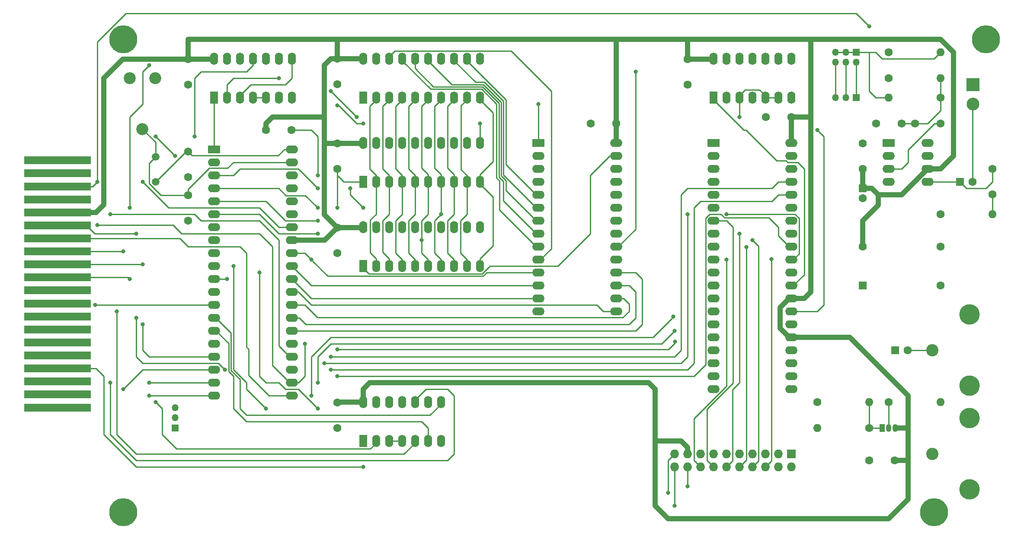
<source format=gbr>
G04 #@! TF.GenerationSoftware,KiCad,Pcbnew,(5.1.4)-1*
G04 #@! TF.CreationDate,2019-12-23T21:25:55+01:00*
G04 #@! TF.ProjectId,Z80MiniFrame-Sound_Graphics,5a38304d-696e-4694-9672-616d652d536f,rev?*
G04 #@! TF.SameCoordinates,Original*
G04 #@! TF.FileFunction,Copper,L1,Top*
G04 #@! TF.FilePolarity,Positive*
%FSLAX46Y46*%
G04 Gerber Fmt 4.6, Leading zero omitted, Abs format (unit mm)*
G04 Created by KiCad (PCBNEW (5.1.4)-1) date 2019-12-23 21:25:55*
%MOMM*%
%LPD*%
G04 APERTURE LIST*
%ADD10C,5.500000*%
%ADD11O,1.350000X1.350000*%
%ADD12R,1.350000X1.350000*%
%ADD13C,2.340000*%
%ADD14O,1.727200X1.727200*%
%ADD15R,1.727200X1.727200*%
%ADD16C,2.400000*%
%ADD17C,4.000000*%
%ADD18O,1.600000X2.400000*%
%ADD19R,1.600000X2.400000*%
%ADD20O,1.600000X1.600000*%
%ADD21C,1.600000*%
%ADD22R,1.050000X1.500000*%
%ADD23O,1.050000X1.500000*%
%ADD24R,1.600000X1.600000*%
%ADD25R,2.400000X1.600000*%
%ADD26O,2.400000X1.600000*%
%ADD27C,1.500000*%
%ADD28C,2.499360*%
%ADD29R,2.499360X2.499360*%
%ADD30R,13.000000X1.650000*%
%ADD31C,0.800000*%
%ADD32C,0.250000*%
%ADD33C,1.000000*%
G04 APERTURE END LIST*
D10*
X64770000Y-48260000D03*
X223520000Y-140970000D03*
X233680000Y-48260000D03*
X64770000Y-140970000D03*
D11*
X74930000Y-120460000D03*
X74930000Y-122460000D03*
D12*
X74930000Y-124460000D03*
D13*
X66040000Y-55880000D03*
X68540000Y-65880000D03*
X71040000Y-55880000D03*
D14*
X172720000Y-132080000D03*
X172720000Y-129540000D03*
X175260000Y-132080000D03*
X175260000Y-129540000D03*
X177800000Y-132080000D03*
X177800000Y-129540000D03*
X180340000Y-132080000D03*
X180340000Y-129540000D03*
X182880000Y-132080000D03*
X182880000Y-129540000D03*
X185420000Y-132080000D03*
X185420000Y-129540000D03*
X187960000Y-132080000D03*
X187960000Y-129540000D03*
X190500000Y-132080000D03*
X190500000Y-129540000D03*
X193040000Y-132080000D03*
X193040000Y-129540000D03*
X195580000Y-132080000D03*
D15*
X195580000Y-129540000D03*
D16*
X223190000Y-129540000D03*
D17*
X230460000Y-136540000D03*
X230460000Y-122540000D03*
D16*
X223190000Y-109220000D03*
D17*
X230460000Y-116220000D03*
X230460000Y-102220000D03*
D18*
X111760000Y-119380000D03*
X127000000Y-127000000D03*
X114300000Y-119380000D03*
X124460000Y-127000000D03*
X116840000Y-119380000D03*
X121920000Y-127000000D03*
X119380000Y-119380000D03*
X119380000Y-127000000D03*
X121920000Y-119380000D03*
X116840000Y-127000000D03*
X124460000Y-119380000D03*
X114300000Y-127000000D03*
X127000000Y-119380000D03*
D19*
X111760000Y-127000000D03*
D20*
X224790000Y-119380000D03*
D21*
X214630000Y-119380000D03*
D20*
X200660000Y-124460000D03*
D21*
X210820000Y-124460000D03*
D22*
X213360000Y-124460000D03*
D23*
X215900000Y-124460000D03*
X214630000Y-124460000D03*
D21*
X215820000Y-130810000D03*
X210820000Y-130810000D03*
X218400000Y-109220000D03*
D24*
X215900000Y-109220000D03*
D25*
X180340000Y-68580000D03*
D26*
X195580000Y-116840000D03*
X180340000Y-71120000D03*
X195580000Y-114300000D03*
X180340000Y-73660000D03*
X195580000Y-111760000D03*
X180340000Y-76200000D03*
X195580000Y-109220000D03*
X180340000Y-78740000D03*
X195580000Y-106680000D03*
X180340000Y-81280000D03*
X195580000Y-104140000D03*
X180340000Y-83820000D03*
X195580000Y-101600000D03*
X180340000Y-86360000D03*
X195580000Y-99060000D03*
X180340000Y-88900000D03*
X195580000Y-96520000D03*
X180340000Y-91440000D03*
X195580000Y-93980000D03*
X180340000Y-93980000D03*
X195580000Y-91440000D03*
X180340000Y-96520000D03*
X195580000Y-88900000D03*
X180340000Y-99060000D03*
X195580000Y-86360000D03*
X180340000Y-101600000D03*
X195580000Y-83820000D03*
X180340000Y-104140000D03*
X195580000Y-81280000D03*
X180340000Y-106680000D03*
X195580000Y-78740000D03*
X180340000Y-109220000D03*
X195580000Y-76200000D03*
X180340000Y-111760000D03*
X195580000Y-73660000D03*
X180340000Y-114300000D03*
X195580000Y-71120000D03*
X180340000Y-116840000D03*
X195580000Y-68580000D03*
X222250000Y-68580000D03*
X214630000Y-76200000D03*
X222250000Y-71120000D03*
X214630000Y-73660000D03*
X222250000Y-73660000D03*
X214630000Y-71120000D03*
X222250000Y-76200000D03*
D25*
X214630000Y-68580000D03*
D20*
X214630000Y-59690000D03*
D21*
X224790000Y-59690000D03*
D11*
X204280000Y-59690000D03*
X206280000Y-59690000D03*
D12*
X208280000Y-59690000D03*
D11*
X204280000Y-52800000D03*
X204280000Y-50800000D03*
X206280000Y-52800000D03*
X206280000Y-50800000D03*
X208280000Y-52800000D03*
D12*
X208280000Y-50800000D03*
D21*
X209550000Y-68660000D03*
X209550000Y-73660000D03*
X209550000Y-79470000D03*
D24*
X209550000Y-77470000D03*
D26*
X97790000Y-69850000D03*
X82550000Y-118110000D03*
X97790000Y-72390000D03*
X82550000Y-115570000D03*
X97790000Y-74930000D03*
X82550000Y-113030000D03*
X97790000Y-77470000D03*
X82550000Y-110490000D03*
X97790000Y-80010000D03*
X82550000Y-107950000D03*
X97790000Y-82550000D03*
X82550000Y-105410000D03*
X97790000Y-85090000D03*
X82550000Y-102870000D03*
X97790000Y-87630000D03*
X82550000Y-100330000D03*
X97790000Y-90170000D03*
X82550000Y-97790000D03*
X97790000Y-92710000D03*
X82550000Y-95250000D03*
X97790000Y-95250000D03*
X82550000Y-92710000D03*
X97790000Y-97790000D03*
X82550000Y-90170000D03*
X97790000Y-100330000D03*
X82550000Y-87630000D03*
X97790000Y-102870000D03*
X82550000Y-85090000D03*
X97790000Y-105410000D03*
X82550000Y-82550000D03*
X97790000Y-107950000D03*
X82550000Y-80010000D03*
X97790000Y-110490000D03*
X82550000Y-77470000D03*
X97790000Y-113030000D03*
X82550000Y-74930000D03*
X97790000Y-115570000D03*
X82550000Y-72390000D03*
X97790000Y-118110000D03*
D25*
X82550000Y-69850000D03*
D21*
X77470000Y-70270000D03*
X77470000Y-75270000D03*
D26*
X161290000Y-68580000D03*
X146050000Y-101600000D03*
X161290000Y-71120000D03*
X146050000Y-99060000D03*
X161290000Y-73660000D03*
X146050000Y-96520000D03*
X161290000Y-76200000D03*
X146050000Y-93980000D03*
X161290000Y-78740000D03*
X146050000Y-91440000D03*
X161290000Y-81280000D03*
X146050000Y-88900000D03*
X161290000Y-83820000D03*
X146050000Y-86360000D03*
X161290000Y-86360000D03*
X146050000Y-83820000D03*
X161290000Y-88900000D03*
X146050000Y-81280000D03*
X161290000Y-91440000D03*
X146050000Y-78740000D03*
X161290000Y-93980000D03*
X146050000Y-76200000D03*
X161290000Y-96520000D03*
X146050000Y-73660000D03*
X161290000Y-99060000D03*
X146050000Y-71120000D03*
X161290000Y-101600000D03*
D25*
X146050000Y-68580000D03*
D21*
X224790000Y-96520000D03*
X224790000Y-88900000D03*
X209550000Y-88900000D03*
D24*
X209550000Y-96520000D03*
D21*
X106680000Y-119460000D03*
X106680000Y-124460000D03*
D20*
X210820000Y-119380000D03*
D21*
X200660000Y-119380000D03*
D27*
X71120000Y-71300000D03*
X71120000Y-76200000D03*
D21*
X77470000Y-78820000D03*
X77470000Y-83820000D03*
D28*
X231140000Y-60960000D03*
D29*
X231140000Y-57150000D03*
D21*
X175260000Y-52150000D03*
X175260000Y-57150000D03*
X77470000Y-52150000D03*
X77470000Y-57150000D03*
X161290000Y-64770000D03*
X156290000Y-64770000D03*
D30*
X51943000Y-120459000D03*
X51943000Y-117909000D03*
X51943000Y-115359000D03*
X51943000Y-112809000D03*
X51943000Y-110259000D03*
X51943000Y-107709000D03*
X51943000Y-105159000D03*
X51943000Y-102609000D03*
X51943000Y-100059000D03*
X51943000Y-97509000D03*
X51943000Y-94959000D03*
X51943000Y-92409000D03*
X51943000Y-89859000D03*
X51943000Y-87309000D03*
X51943000Y-84759000D03*
X51943000Y-82209000D03*
X51943000Y-79659000D03*
X51943000Y-77109000D03*
X51943000Y-74559000D03*
X51943000Y-72009000D03*
D21*
X106680000Y-85170000D03*
X106680000Y-90170000D03*
X106680000Y-68660000D03*
X106680000Y-73660000D03*
X106680000Y-57070000D03*
X106680000Y-52070000D03*
X97710000Y-66040000D03*
X92710000Y-66040000D03*
X190580000Y-63500000D03*
X195580000Y-63500000D03*
D20*
X234950000Y-82550000D03*
D21*
X224790000Y-82550000D03*
X234950000Y-78660000D03*
X234950000Y-73660000D03*
X219790000Y-64770000D03*
X224790000Y-64770000D03*
X212170000Y-64770000D03*
X217170000Y-64770000D03*
X231100000Y-76200000D03*
D24*
X228600000Y-76200000D03*
D20*
X224790000Y-55880000D03*
D21*
X214630000Y-55880000D03*
D20*
X224790000Y-50800000D03*
D21*
X214630000Y-50800000D03*
D19*
X82550000Y-59690000D03*
D18*
X97790000Y-52070000D03*
X85090000Y-59690000D03*
X95250000Y-52070000D03*
X87630000Y-59690000D03*
X92710000Y-52070000D03*
X90170000Y-59690000D03*
X90170000Y-52070000D03*
X92710000Y-59690000D03*
X87630000Y-52070000D03*
X95250000Y-59690000D03*
X85090000Y-52070000D03*
X97790000Y-59690000D03*
X82550000Y-52070000D03*
D19*
X180340000Y-59690000D03*
D18*
X195580000Y-52070000D03*
X182880000Y-59690000D03*
X193040000Y-52070000D03*
X185420000Y-59690000D03*
X190500000Y-52070000D03*
X187960000Y-59690000D03*
X187960000Y-52070000D03*
X190500000Y-59690000D03*
X185420000Y-52070000D03*
X193040000Y-59690000D03*
X182880000Y-52070000D03*
X195580000Y-59690000D03*
X180340000Y-52070000D03*
X111760000Y-85090000D03*
X134620000Y-92710000D03*
X114300000Y-85090000D03*
X132080000Y-92710000D03*
X116840000Y-85090000D03*
X129540000Y-92710000D03*
X119380000Y-85090000D03*
X127000000Y-92710000D03*
X121920000Y-85090000D03*
X124460000Y-92710000D03*
X124460000Y-85090000D03*
X121920000Y-92710000D03*
X127000000Y-85090000D03*
X119380000Y-92710000D03*
X129540000Y-85090000D03*
X116840000Y-92710000D03*
X132080000Y-85090000D03*
X114300000Y-92710000D03*
X134620000Y-85090000D03*
D19*
X111760000Y-92710000D03*
D18*
X111760000Y-68580000D03*
X134620000Y-76200000D03*
X114300000Y-68580000D03*
X132080000Y-76200000D03*
X116840000Y-68580000D03*
X129540000Y-76200000D03*
X119380000Y-68580000D03*
X127000000Y-76200000D03*
X121920000Y-68580000D03*
X124460000Y-76200000D03*
X124460000Y-68580000D03*
X121920000Y-76200000D03*
X127000000Y-68580000D03*
X119380000Y-76200000D03*
X129540000Y-68580000D03*
X116840000Y-76200000D03*
X132080000Y-68580000D03*
X114300000Y-76200000D03*
X134620000Y-68580000D03*
D19*
X111760000Y-76200000D03*
D18*
X111760000Y-52070000D03*
X134620000Y-59690000D03*
X114300000Y-52070000D03*
X132080000Y-59690000D03*
X116840000Y-52070000D03*
X129540000Y-59690000D03*
X119380000Y-52070000D03*
X127000000Y-59690000D03*
X121920000Y-52070000D03*
X124460000Y-59690000D03*
X124460000Y-52070000D03*
X121920000Y-59690000D03*
X127000000Y-52070000D03*
X119380000Y-59690000D03*
X129540000Y-52070000D03*
X116840000Y-59690000D03*
X132080000Y-52070000D03*
X114300000Y-59690000D03*
X134620000Y-52070000D03*
D19*
X111760000Y-59690000D03*
D31*
X78740000Y-67310000D03*
X85090000Y-95250000D03*
X165100000Y-54610000D03*
X95250000Y-55880000D03*
X134620000Y-64770000D03*
X111760000Y-64770000D03*
X106680000Y-61215010D03*
X110490000Y-63500000D03*
X105410000Y-58420000D03*
X102870000Y-74930000D03*
X106680000Y-81280000D03*
X175260000Y-135890000D03*
X146050000Y-60960000D03*
X101600000Y-91440000D03*
X102870000Y-86360000D03*
X123190000Y-87630000D03*
X102870000Y-83820000D03*
X127000000Y-82550000D03*
X102870000Y-81280000D03*
X102870000Y-77470000D03*
X109220000Y-77470000D03*
X111760000Y-81280000D03*
X200660000Y-66040000D03*
X185420000Y-63500000D03*
X69850000Y-53340000D03*
X66040000Y-95250000D03*
X66040000Y-81280000D03*
X74930000Y-71120000D03*
X71120000Y-67310000D03*
X62230000Y-82550000D03*
X105410000Y-110490000D03*
X100330000Y-107950000D03*
X59690000Y-84696000D03*
X102870000Y-115570000D03*
X69850000Y-118110000D03*
X172720000Y-105410000D03*
X104140000Y-111760000D03*
X175260000Y-82550000D03*
X182880000Y-82550000D03*
X64770000Y-116840000D03*
X106680000Y-109075010D03*
X68580000Y-92409000D03*
X68580000Y-104140000D03*
X172859034Y-107566285D03*
X64770000Y-89859000D03*
X106680000Y-114300000D03*
X69850000Y-115570000D03*
X101600000Y-118110000D03*
X172524136Y-102674135D03*
X105410000Y-113030000D03*
X67310000Y-86360000D03*
X84734968Y-113030000D03*
X67310000Y-102870000D03*
X59690000Y-76200000D03*
X210820000Y-45720000D03*
X68580000Y-76200000D03*
X63500000Y-101600000D03*
X62230000Y-115570000D03*
X59334968Y-100330000D03*
X71120000Y-119380000D03*
X111760000Y-132080000D03*
X182880000Y-91440000D03*
X185420000Y-86360000D03*
X186812338Y-89022338D03*
X187960000Y-87630000D03*
X191688601Y-91358601D03*
X92710000Y-120650000D03*
X86360000Y-92710000D03*
X172720000Y-139700000D03*
X91440000Y-93980000D03*
X102870000Y-120650000D03*
X171450000Y-137160000D03*
D32*
X124460000Y-127400000D02*
X124460000Y-127000000D01*
X82950000Y-105410000D02*
X82550000Y-105410000D01*
X85459978Y-113402800D02*
X85459978Y-107919978D01*
X86360000Y-120650000D02*
X86360000Y-114302821D01*
X124460000Y-127000000D02*
X124460000Y-126600000D01*
X85459978Y-107919978D02*
X82950000Y-105410000D01*
X86360000Y-114302821D02*
X85459978Y-113402800D01*
X86360000Y-120650000D02*
X88900000Y-123190000D01*
X88900000Y-123190000D02*
X123190000Y-123190000D01*
X123190000Y-123190000D02*
X124460000Y-124460000D01*
X124460000Y-124460000D02*
X124460000Y-127000000D01*
X85909989Y-113216400D02*
X87630000Y-114936410D01*
X87630000Y-114936410D02*
X87630000Y-120650000D01*
X85909989Y-105829989D02*
X85909989Y-113216400D01*
X82950000Y-102870000D02*
X85909989Y-105829989D01*
X82550000Y-102870000D02*
X82950000Y-102870000D01*
X87630000Y-120650000D02*
X88900000Y-121920000D01*
X127000000Y-119780000D02*
X127000000Y-119380000D01*
X124860000Y-121920000D02*
X127000000Y-119780000D01*
X88900000Y-121920000D02*
X124860000Y-121920000D01*
X82550000Y-95250000D02*
X82950000Y-95250000D01*
X161690000Y-71120000D02*
X161290000Y-71120000D01*
X161290000Y-71120000D02*
X160890000Y-71120000D01*
X160020000Y-71120000D02*
X161290000Y-71120000D01*
X156210000Y-74930000D02*
X160020000Y-71120000D01*
X111760000Y-93110000D02*
X112885010Y-94235010D01*
X111760000Y-92710000D02*
X111760000Y-93110000D01*
X156210000Y-86360000D02*
X156210000Y-74930000D01*
X135085995Y-94235010D02*
X136611005Y-92710000D01*
X136611005Y-92710000D02*
X149860000Y-92710000D01*
X112885010Y-94235010D02*
X135085995Y-94235010D01*
X149860000Y-92710000D02*
X156210000Y-86360000D01*
X78740000Y-55880000D02*
X78740000Y-67310000D01*
X80010000Y-54610000D02*
X78740000Y-55880000D01*
X88900000Y-54610000D02*
X80010000Y-54610000D01*
X90170000Y-52070000D02*
X90170000Y-53340000D01*
X90170000Y-53340000D02*
X88900000Y-54610000D01*
X82550000Y-95250000D02*
X85090000Y-95250000D01*
X85090000Y-95250000D02*
X85090000Y-95250000D01*
X82550000Y-72390000D02*
X82150000Y-72390000D01*
X161690000Y-88900000D02*
X165100000Y-85490000D01*
X161290000Y-88900000D02*
X161690000Y-88900000D01*
X165100000Y-85490000D02*
X165100000Y-54610000D01*
X165100000Y-54610000D02*
X165100000Y-54610000D01*
X82550000Y-69850000D02*
X82550000Y-59690000D01*
X93431004Y-55880000D02*
X86360000Y-55880000D01*
X85090000Y-57150000D02*
X85090000Y-59690000D01*
X86360000Y-55880000D02*
X85090000Y-57150000D01*
X93431004Y-55880000D02*
X95250000Y-55880000D01*
X134620000Y-68580000D02*
X134620000Y-64770000D01*
X134620000Y-64770000D02*
X134620000Y-64770000D01*
X106935010Y-61215010D02*
X110490000Y-64770000D01*
X110490000Y-64770000D02*
X111760000Y-64770000D01*
X160890000Y-83820000D02*
X161290000Y-83820000D01*
X105410000Y-58420000D02*
X110490000Y-63500000D01*
X82470000Y-52150000D02*
X82550000Y-52070000D01*
D33*
X77470000Y-52150000D02*
X82470000Y-52150000D01*
D32*
X82550000Y-52070000D02*
X82550000Y-51670000D01*
X111680000Y-68660000D02*
X111760000Y-68580000D01*
D33*
X106680000Y-68660000D02*
X111680000Y-68660000D01*
D32*
X111760000Y-68580000D02*
X111760000Y-68180000D01*
D33*
X106680000Y-49530000D02*
X106680000Y-52070000D01*
X106680000Y-52070000D02*
X111760000Y-52070000D01*
D32*
X180260000Y-52150000D02*
X180340000Y-52070000D01*
D33*
X175260000Y-52150000D02*
X180260000Y-52150000D01*
X195580000Y-63500000D02*
X195580000Y-68580000D01*
X161290000Y-64770000D02*
X161290000Y-68580000D01*
D32*
X111680000Y-85170000D02*
X111760000Y-85090000D01*
D33*
X106680000Y-85170000D02*
X111680000Y-85170000D01*
X92710000Y-66040000D02*
X92710000Y-64770000D01*
X92710000Y-64770000D02*
X93980000Y-63500000D01*
X93980000Y-63500000D02*
X104140000Y-63500000D01*
D32*
X195580000Y-68580000D02*
X195980000Y-68580000D01*
D33*
X199390000Y-71990000D02*
X199390000Y-97790000D01*
X198120000Y-99060000D02*
X195580000Y-99060000D01*
X199390000Y-97790000D02*
X198120000Y-99060000D01*
D32*
X111760000Y-52070000D02*
X111760000Y-51670000D01*
D33*
X106680000Y-52070000D02*
X105410000Y-52070000D01*
X105410000Y-52070000D02*
X104140000Y-53340000D01*
X104140000Y-53340000D02*
X104140000Y-63500000D01*
X175260000Y-49530000D02*
X175260000Y-52150000D01*
X104220000Y-68660000D02*
X104140000Y-68580000D01*
X106680000Y-68660000D02*
X104220000Y-68660000D01*
X104140000Y-63500000D02*
X104140000Y-68580000D01*
X104220000Y-87630000D02*
X106680000Y-85170000D01*
X97790000Y-87630000D02*
X104220000Y-87630000D01*
X105330000Y-83820000D02*
X106680000Y-85170000D01*
X104140000Y-82630000D02*
X106680000Y-85170000D01*
X104140000Y-68580000D02*
X104140000Y-82630000D01*
X106680000Y-119380000D02*
X111760000Y-119380000D01*
X106680000Y-49530000D02*
X106680000Y-48260000D01*
X115170000Y-48260000D02*
X106680000Y-48260000D01*
X175260000Y-49530000D02*
X175260000Y-48260000D01*
X181610000Y-48260000D02*
X175260000Y-48260000D01*
X175260000Y-48260000D02*
X173990000Y-48260000D01*
X195580000Y-63500000D02*
X199390000Y-63500000D01*
X199390000Y-71990000D02*
X199390000Y-63500000D01*
X77470000Y-52150000D02*
X77470000Y-48260000D01*
X106680000Y-48260000D02*
X77470000Y-48260000D01*
X181610000Y-48260000D02*
X196850000Y-48260000D01*
X196850000Y-48260000D02*
X198120000Y-48260000D01*
X199390000Y-49530000D02*
X199390000Y-48260000D01*
X199390000Y-63500000D02*
X199390000Y-49530000D01*
X196850000Y-48260000D02*
X199390000Y-48260000D01*
X221850000Y-73660000D02*
X222250000Y-73660000D01*
X209550000Y-77470000D02*
X209550000Y-73660000D01*
X209550000Y-77470000D02*
X211350000Y-77470000D01*
X217170000Y-78740000D02*
X219710000Y-76200000D01*
X219710000Y-76200000D02*
X222250000Y-73660000D01*
X215820000Y-130810000D02*
X215900000Y-130730000D01*
X211859999Y-77979999D02*
X211720000Y-77840000D01*
X211350000Y-77470000D02*
X211720000Y-77840000D01*
X224790000Y-73660000D02*
X222250000Y-73660000D01*
X227330000Y-71120000D02*
X224790000Y-73660000D01*
X227330000Y-50800000D02*
X227330000Y-71120000D01*
X199390000Y-48260000D02*
X224790000Y-48260000D01*
X224790000Y-48260000D02*
X227330000Y-50800000D01*
X211720000Y-77840000D02*
X212355000Y-78475000D01*
X212355000Y-78475000D02*
X212620000Y-78740000D01*
X195180000Y-106680000D02*
X195580000Y-106680000D01*
X193380000Y-104880000D02*
X195180000Y-106680000D01*
X193380000Y-100860000D02*
X193380000Y-104880000D01*
X195180000Y-99060000D02*
X193380000Y-100860000D01*
X195580000Y-99060000D02*
X195180000Y-99060000D01*
X175260000Y-128270000D02*
X175260000Y-129540000D01*
X173990000Y-127000000D02*
X175260000Y-128270000D01*
X111760000Y-116840000D02*
X113030000Y-115570000D01*
X111760000Y-119380000D02*
X111760000Y-116840000D01*
X113030000Y-115570000D02*
X167640000Y-115570000D01*
X167640000Y-115570000D02*
X168910000Y-116840000D01*
X173990000Y-127000000D02*
X168910000Y-127000000D01*
X168910000Y-116840000D02*
X168910000Y-127000000D01*
X215900000Y-124460000D02*
X217170000Y-124460000D01*
X215820000Y-130810000D02*
X217170000Y-130810000D01*
X168910000Y-139700000D02*
X168910000Y-127000000D01*
X195580000Y-106680000D02*
X207010000Y-106680000D01*
X207010000Y-106680000D02*
X218440000Y-118110000D01*
X218440000Y-138430000D02*
X214630000Y-142240000D01*
X214630000Y-142240000D02*
X171450000Y-142240000D01*
X171450000Y-142240000D02*
X168910000Y-139700000D01*
X217170000Y-130810000D02*
X218440000Y-130810000D01*
X218440000Y-130810000D02*
X218440000Y-138430000D01*
X217170000Y-124460000D02*
X218440000Y-124460000D01*
X218440000Y-118110000D02*
X218440000Y-124460000D01*
X218440000Y-124460000D02*
X218440000Y-130810000D01*
X161290000Y-64770000D02*
X161290000Y-48260000D01*
X115170000Y-48260000D02*
X161290000Y-48260000D01*
X161290000Y-48260000D02*
X173990000Y-48260000D01*
X212620000Y-78740000D02*
X214630000Y-78740000D01*
X214630000Y-78740000D02*
X217170000Y-78740000D01*
X212620000Y-80750000D02*
X209550000Y-83820000D01*
X212620000Y-78740000D02*
X212620000Y-80750000D01*
X209550000Y-83820000D02*
X209550000Y-87630000D01*
X209550000Y-87630000D02*
X209550000Y-88900000D01*
X59443000Y-82209000D02*
X51943000Y-82209000D01*
X60960000Y-80692000D02*
X59443000Y-82209000D01*
X60960000Y-55880000D02*
X60960000Y-80692000D01*
X64690000Y-52150000D02*
X77470000Y-52150000D01*
X60960000Y-55880000D02*
X64690000Y-52150000D01*
D32*
X102870000Y-74930000D02*
X102870000Y-67310000D01*
X102870000Y-67310000D02*
X101600000Y-66040000D01*
X99060000Y-66040000D02*
X97710000Y-66040000D01*
X134620000Y-60090000D02*
X137160000Y-62630000D01*
X134620000Y-59690000D02*
X134620000Y-60090000D01*
X134620000Y-74750000D02*
X134620000Y-76200000D01*
X137160000Y-72210000D02*
X134620000Y-74750000D01*
X137160000Y-62630000D02*
X137160000Y-72210000D01*
X134620000Y-76600000D02*
X137160000Y-79140000D01*
X134620000Y-76200000D02*
X134620000Y-76600000D01*
X134620000Y-91260000D02*
X134620000Y-92710000D01*
X137160000Y-88720000D02*
X134620000Y-91260000D01*
X137160000Y-79140000D02*
X137160000Y-88720000D01*
X106680000Y-73660000D02*
X106680000Y-74930000D01*
X107950000Y-76200000D02*
X111760000Y-76200000D01*
X106680000Y-74930000D02*
X107950000Y-76200000D01*
X106680000Y-73660000D02*
X106680000Y-81280000D01*
X106680000Y-81280000D02*
X106680000Y-81280000D01*
X99060000Y-66040000D02*
X101600000Y-66040000D01*
X215030000Y-76200000D02*
X214630000Y-76200000D01*
X175260000Y-132080000D02*
X175260000Y-135890000D01*
X175260000Y-135890000D02*
X175260000Y-135890000D01*
X146050000Y-68580000D02*
X146050000Y-60960000D01*
X146050000Y-60960000D02*
X146050000Y-60960000D01*
X90170000Y-59690000D02*
X92710000Y-59690000D01*
X223658630Y-64770000D02*
X218440000Y-69988630D01*
X224790000Y-64770000D02*
X223658630Y-64770000D01*
X218440000Y-69988630D02*
X218440000Y-72390000D01*
X217170000Y-73660000D02*
X214630000Y-73660000D01*
X218440000Y-72390000D02*
X217170000Y-73660000D01*
X222250000Y-76200000D02*
X228600000Y-76200000D01*
X234950000Y-76200000D02*
X234950000Y-73660000D01*
X233680000Y-77470000D02*
X234950000Y-76200000D01*
X228600000Y-76200000D02*
X229870000Y-77470000D01*
X229870000Y-77470000D02*
X233680000Y-77470000D01*
X100330000Y-90170000D02*
X97790000Y-90170000D01*
X101600000Y-91440000D02*
X100330000Y-90170000D01*
X101999999Y-91839999D02*
X101600000Y-91440000D01*
X104845021Y-94685021D02*
X101999999Y-91839999D01*
X135272394Y-94685021D02*
X104845021Y-94685021D01*
X135977415Y-93980000D02*
X135272394Y-94685021D01*
X146050000Y-93980000D02*
X135977415Y-93980000D01*
X146050000Y-96520000D02*
X101600000Y-96520000D01*
X101600000Y-96520000D02*
X97790000Y-92710000D01*
X99060000Y-96520000D02*
X97790000Y-95250000D01*
X146050000Y-99060000D02*
X101600000Y-99060000D01*
X101600000Y-99060000D02*
X99060000Y-96520000D01*
X114300000Y-76200000D02*
X114300000Y-82550000D01*
X114300000Y-91260000D02*
X114300000Y-92710000D01*
X113174990Y-90134990D02*
X114300000Y-91260000D01*
X113174990Y-83675010D02*
X113174990Y-90134990D01*
X114300000Y-82550000D02*
X113174990Y-83675010D01*
X114300000Y-60090000D02*
X113030000Y-61360000D01*
X114300000Y-59690000D02*
X114300000Y-60090000D01*
X113030000Y-61360000D02*
X113030000Y-73660000D01*
X113030000Y-73660000D02*
X114300000Y-74930000D01*
X114300000Y-74930000D02*
X114300000Y-76200000D01*
X116840000Y-91260000D02*
X116840000Y-92710000D01*
X115570000Y-89990000D02*
X116840000Y-91260000D01*
X115570000Y-83820000D02*
X115570000Y-89990000D01*
X116840000Y-82550000D02*
X115570000Y-83820000D01*
X116840000Y-76200000D02*
X116840000Y-82550000D01*
X116840000Y-60090000D02*
X115570000Y-61360000D01*
X116840000Y-59690000D02*
X116840000Y-60090000D01*
X115570000Y-61360000D02*
X115570000Y-73660000D01*
X115570000Y-73660000D02*
X116840000Y-74930000D01*
X116840000Y-74930000D02*
X116840000Y-76200000D01*
X119380000Y-76200000D02*
X119380000Y-82550000D01*
X119380000Y-82550000D02*
X118110000Y-83820000D01*
X118110000Y-83820000D02*
X118110000Y-90170000D01*
X118110000Y-90170000D02*
X119380000Y-91440000D01*
X119380000Y-91440000D02*
X119380000Y-92710000D01*
X119380000Y-60090000D02*
X118110000Y-61360000D01*
X119380000Y-59690000D02*
X119380000Y-60090000D01*
X118110000Y-61360000D02*
X118110000Y-73660000D01*
X118110000Y-73660000D02*
X119380000Y-74930000D01*
X119380000Y-74930000D02*
X119380000Y-76200000D01*
X121920000Y-76200000D02*
X121920000Y-82550000D01*
X121920000Y-82550000D02*
X120650000Y-83820000D01*
X120650000Y-83820000D02*
X120650000Y-90170000D01*
X120650000Y-90170000D02*
X121920000Y-91440000D01*
X121920000Y-91440000D02*
X121920000Y-92710000D01*
X121920000Y-60090000D02*
X120650000Y-61360000D01*
X121920000Y-59690000D02*
X121920000Y-60090000D01*
X120650000Y-61360000D02*
X120650000Y-73660000D01*
X120650000Y-73660000D02*
X121920000Y-74930000D01*
X121920000Y-74930000D02*
X121920000Y-76200000D01*
X124460000Y-82550000D02*
X123190000Y-83820000D01*
X123190000Y-83820000D02*
X123190000Y-87630000D01*
X124460000Y-76200000D02*
X124460000Y-82550000D01*
X123190000Y-90170000D02*
X124460000Y-91440000D01*
X124460000Y-91440000D02*
X124460000Y-92710000D01*
X124460000Y-60090000D02*
X123190000Y-61360000D01*
X124460000Y-59690000D02*
X124460000Y-60090000D01*
X124460000Y-74750000D02*
X124460000Y-76200000D01*
X123190000Y-73480000D02*
X124460000Y-74750000D01*
X123190000Y-61360000D02*
X123190000Y-73480000D01*
X82550000Y-82550000D02*
X91440000Y-82550000D01*
X91440000Y-82550000D02*
X95250000Y-86360000D01*
X95250000Y-86360000D02*
X102870000Y-86360000D01*
X102870000Y-86360000D02*
X102870000Y-86360000D01*
X123190000Y-87630000D02*
X123190000Y-90170000D01*
X127000000Y-91440000D02*
X127000000Y-92710000D01*
X125730000Y-90170000D02*
X127000000Y-91440000D01*
X125730000Y-83820000D02*
X125730000Y-90170000D01*
X127000000Y-76200000D02*
X127000000Y-82550000D01*
X127000000Y-82550000D02*
X125730000Y-83820000D01*
X127000000Y-60090000D02*
X125730000Y-61360000D01*
X127000000Y-59690000D02*
X127000000Y-60090000D01*
X127000000Y-74750000D02*
X127000000Y-76200000D01*
X125730000Y-73480000D02*
X127000000Y-74750000D01*
X125730000Y-61360000D02*
X125730000Y-73480000D01*
X82550000Y-80010000D02*
X92710000Y-80010000D01*
X92710000Y-80010000D02*
X96520000Y-83820000D01*
X96520000Y-83820000D02*
X102870000Y-83820000D01*
X102870000Y-83820000D02*
X102870000Y-83820000D01*
X129540000Y-76200000D02*
X129540000Y-82550000D01*
X129540000Y-82550000D02*
X128270000Y-83820000D01*
X128270000Y-83820000D02*
X128270000Y-90170000D01*
X128270000Y-90170000D02*
X129540000Y-91440000D01*
X129540000Y-91440000D02*
X129540000Y-92710000D01*
X129540000Y-60090000D02*
X128270000Y-61360000D01*
X129540000Y-59690000D02*
X129540000Y-60090000D01*
X129540000Y-74750000D02*
X129540000Y-76200000D01*
X128270000Y-73480000D02*
X129540000Y-74750000D01*
X128270000Y-61360000D02*
X128270000Y-73480000D01*
X102870000Y-81280000D02*
X102870000Y-81280000D01*
X102470001Y-80880001D02*
X102870000Y-81280000D01*
X100474990Y-78884990D02*
X102470001Y-80880001D01*
X96664990Y-78884990D02*
X100474990Y-78884990D01*
X95250000Y-77470000D02*
X96664990Y-78884990D01*
X82550000Y-77470000D02*
X95250000Y-77470000D01*
X132080000Y-82550000D02*
X130810000Y-83820000D01*
X132080000Y-76200000D02*
X132080000Y-82550000D01*
X130810000Y-83820000D02*
X130810000Y-90170000D01*
X130810000Y-90170000D02*
X132080000Y-91440000D01*
X132080000Y-91440000D02*
X132080000Y-92710000D01*
X132080000Y-60090000D02*
X130954990Y-61215010D01*
X132080000Y-59690000D02*
X132080000Y-60090000D01*
X130954990Y-61215010D02*
X130954990Y-73804990D01*
X130954990Y-73804990D02*
X132080000Y-74930000D01*
X132080000Y-74930000D02*
X132080000Y-76200000D01*
X102870000Y-77470000D02*
X102870000Y-77470000D01*
X109220000Y-77470000D02*
X109220000Y-78740000D01*
X109220000Y-78740000D02*
X110490000Y-80010000D01*
X110490000Y-80010000D02*
X110490000Y-80010000D01*
X110490000Y-80010000D02*
X111760000Y-81280000D01*
X111760000Y-81280000D02*
X111760000Y-81280000D01*
X86360000Y-74930000D02*
X82550000Y-74930000D01*
X87630000Y-73660000D02*
X86360000Y-74930000D01*
X102870000Y-77470000D02*
X99060000Y-73660000D01*
X99060000Y-73660000D02*
X87630000Y-73660000D01*
X116840000Y-51670000D02*
X116840000Y-52070000D01*
X146050000Y-91440000D02*
X146450000Y-91440000D01*
X146450000Y-91440000D02*
X148590000Y-89300000D01*
X148590000Y-89300000D02*
X148590000Y-58420000D01*
X148590000Y-58420000D02*
X140714990Y-50544990D01*
X140714990Y-50544990D02*
X117965010Y-50544990D01*
X117965010Y-50544990D02*
X116840000Y-51670000D01*
X146050000Y-88900000D02*
X145650000Y-88900000D01*
X124960022Y-58050022D02*
X119380000Y-52470000D01*
X145650000Y-88900000D02*
X138430000Y-81680000D01*
X138430000Y-81680000D02*
X138430000Y-75969233D01*
X119380000Y-52470000D02*
X119380000Y-52070000D01*
X134971026Y-58050022D02*
X124960022Y-58050022D01*
X137899956Y-60978952D02*
X134971026Y-58050022D01*
X137899956Y-75439189D02*
X137899956Y-60978952D01*
X138430000Y-75969233D02*
X137899956Y-75439189D01*
X139249989Y-79959989D02*
X139249989Y-76152811D01*
X139249989Y-76152811D02*
X138349967Y-75252789D01*
X138349967Y-75252789D02*
X138349967Y-60792553D01*
X121920000Y-53976411D02*
X121920000Y-53520000D01*
X135157425Y-57600011D02*
X125543600Y-57600011D01*
X138349967Y-60792553D02*
X135157425Y-57600011D01*
X121920000Y-53520000D02*
X121920000Y-52070000D01*
X145650000Y-86360000D02*
X139249989Y-79959989D01*
X146050000Y-86360000D02*
X145650000Y-86360000D01*
X125543600Y-57600011D02*
X121920000Y-53976411D01*
X124460000Y-52470000D02*
X124460000Y-52070000D01*
X145650000Y-83820000D02*
X139700000Y-77870000D01*
X129140000Y-57150000D02*
X124460000Y-52470000D01*
X146050000Y-83820000D02*
X145650000Y-83820000D01*
X135343825Y-57150001D02*
X129140000Y-57150000D01*
X138799978Y-60606154D02*
X135343825Y-57150001D01*
X138799978Y-75066388D02*
X138799978Y-60606154D01*
X139700000Y-75966410D02*
X138799978Y-75066388D01*
X139700000Y-77870000D02*
X139700000Y-75966410D01*
X127000000Y-52070000D02*
X127000000Y-51670000D01*
X135530224Y-56699990D02*
X133769990Y-56699990D01*
X133769990Y-56699990D02*
X129540000Y-52470000D01*
X139249989Y-74879989D02*
X139249989Y-60419755D01*
X129540000Y-52470000D02*
X129540000Y-52070000D01*
X145650000Y-81280000D02*
X139249989Y-74879989D01*
X146050000Y-81280000D02*
X145650000Y-81280000D01*
X139249989Y-60419755D02*
X135530224Y-56699990D01*
X145650000Y-78740000D02*
X139700000Y-72790000D01*
X146050000Y-78740000D02*
X145650000Y-78740000D01*
X132080000Y-52470000D02*
X132080000Y-52070000D01*
X139700000Y-60090000D02*
X132080000Y-52470000D01*
X139700000Y-72790000D02*
X139700000Y-60090000D01*
X132080000Y-68180000D02*
X132080000Y-68580000D01*
X99060000Y-97790000D02*
X97790000Y-97790000D01*
X101600000Y-100330000D02*
X99060000Y-97790000D01*
X157480000Y-100330000D02*
X101600000Y-100330000D01*
X161290000Y-101600000D02*
X158750000Y-101600000D01*
X158750000Y-101600000D02*
X157480000Y-100330000D01*
X162740000Y-99060000D02*
X163755502Y-100075502D01*
X161290000Y-99060000D02*
X162740000Y-99060000D01*
X97790000Y-100330000D02*
X100330000Y-100330000D01*
X100330000Y-100330000D02*
X102819988Y-102819988D01*
X102819988Y-102819988D02*
X162610012Y-102819988D01*
X162610012Y-102819988D02*
X163830000Y-101600000D01*
X163830000Y-101600000D02*
X163830000Y-100150000D01*
X163830000Y-100150000D02*
X162740000Y-99060000D01*
X163830000Y-96520000D02*
X161290000Y-96520000D01*
X165100000Y-97790000D02*
X163830000Y-96520000D01*
X161690000Y-96520000D02*
X161290000Y-96520000D01*
X99240000Y-102870000D02*
X100510000Y-104140000D01*
X97790000Y-102870000D02*
X99240000Y-102870000D01*
X100510000Y-104140000D02*
X163830000Y-104140000D01*
X163830000Y-104140000D02*
X165100000Y-102870000D01*
X165100000Y-102870000D02*
X165100000Y-97790000D01*
X166370000Y-95250000D02*
X165100000Y-93980000D01*
X165100000Y-93980000D02*
X161290000Y-93980000D01*
X161690000Y-93980000D02*
X161290000Y-93980000D01*
X97790000Y-105410000D02*
X165100000Y-105410000D01*
X165100000Y-105410000D02*
X166370000Y-104140000D01*
X166370000Y-104140000D02*
X166370000Y-95250000D01*
X132080000Y-85090000D02*
X132080000Y-85490000D01*
X87630000Y-59290000D02*
X89770000Y-57150000D01*
X87630000Y-59690000D02*
X87630000Y-59290000D01*
X89770000Y-57150000D02*
X96520000Y-57150000D01*
X97790000Y-55880000D02*
X97790000Y-52070000D01*
X96520000Y-57150000D02*
X97790000Y-55880000D01*
X195180000Y-96520000D02*
X195580000Y-96520000D01*
X180340000Y-60090000D02*
X186290000Y-66040000D01*
X186290000Y-66040000D02*
X186690000Y-66040000D01*
X186690000Y-66040000D02*
X192734979Y-72084979D01*
X192734979Y-72084979D02*
X194553975Y-72084979D01*
X180340000Y-59690000D02*
X180340000Y-60090000D01*
X198120000Y-94380000D02*
X195980000Y-96520000D01*
X195980000Y-96520000D02*
X195580000Y-96520000D01*
X198120000Y-73660000D02*
X198120000Y-94380000D01*
X196850000Y-72390000D02*
X198120000Y-73660000D01*
X194858995Y-72390000D02*
X196850000Y-72390000D01*
X194553975Y-72084979D02*
X194858995Y-72390000D01*
X200660000Y-101600000D02*
X195580000Y-101600000D01*
X201930000Y-100330000D02*
X200660000Y-101600000D01*
X200660000Y-66040000D02*
X201930000Y-67310000D01*
X201930000Y-67310000D02*
X201930000Y-100330000D01*
X185420000Y-59690000D02*
X185420000Y-60090000D01*
X185420000Y-63500000D02*
X185420000Y-59690000D01*
X190500000Y-59290000D02*
X190500000Y-59690000D01*
X189374990Y-58164990D02*
X190500000Y-59290000D01*
X186545010Y-58164990D02*
X189374990Y-58164990D01*
X185420000Y-59290000D02*
X186545010Y-58164990D01*
X185420000Y-59690000D02*
X185420000Y-59290000D01*
X190500000Y-59690000D02*
X193040000Y-59690000D01*
X51943000Y-94959000D02*
X57618000Y-94959000D01*
X65749000Y-94959000D02*
X66040000Y-95250000D01*
X51943000Y-94959000D02*
X65749000Y-94959000D01*
X68580000Y-54610000D02*
X69850000Y-53340000D01*
X68580000Y-60960000D02*
X68580000Y-54610000D01*
X66040000Y-81280000D02*
X66040000Y-63500000D01*
X66040000Y-63500000D02*
X68580000Y-60960000D01*
X224790000Y-59690000D02*
X224790000Y-55880000D01*
X217170000Y-64770000D02*
X219790000Y-64770000D01*
X219790000Y-64770000D02*
X222250000Y-64770000D01*
X224790000Y-62230000D02*
X224790000Y-59690000D01*
X222250000Y-64770000D02*
X224790000Y-62230000D01*
X231100000Y-61000000D02*
X231140000Y-60960000D01*
X231100000Y-76200000D02*
X231100000Y-61000000D01*
X234950000Y-78660000D02*
X234950000Y-82550000D01*
X71120000Y-67310000D02*
X74930000Y-71120000D01*
X173990000Y-78740000D02*
X175260000Y-77470000D01*
X173990000Y-109220000D02*
X173990000Y-78740000D01*
X107950000Y-110490000D02*
X105410000Y-110490000D01*
X172720000Y-110490000D02*
X173990000Y-109220000D01*
X107950000Y-110490000D02*
X172720000Y-110490000D01*
X179070000Y-77470000D02*
X191770000Y-77470000D01*
X191770000Y-77470000D02*
X193040000Y-76200000D01*
X193040000Y-76200000D02*
X195580000Y-76200000D01*
X97390000Y-110490000D02*
X95250000Y-108350000D01*
X95250000Y-108350000D02*
X95250000Y-87630000D01*
X95250000Y-87630000D02*
X91440000Y-83820000D01*
X97790000Y-110490000D02*
X97390000Y-110490000D01*
X91440000Y-83820000D02*
X80010000Y-83820000D01*
X80010000Y-83820000D02*
X78740000Y-82550000D01*
X175260000Y-77470000D02*
X179070000Y-77470000D01*
X78740000Y-82550000D02*
X62230000Y-82550000D01*
X99060000Y-115570000D02*
X97790000Y-115570000D01*
X100330000Y-107950000D02*
X100330000Y-114300000D01*
X100330000Y-114300000D02*
X99060000Y-115570000D01*
X97390000Y-115570000D02*
X97790000Y-115570000D01*
X74536000Y-84696000D02*
X76200000Y-86360000D01*
X76200000Y-86360000D02*
X91440000Y-86360000D01*
X91440000Y-86360000D02*
X93980000Y-88900000D01*
X59690000Y-84696000D02*
X74536000Y-84696000D01*
X93980000Y-88900000D02*
X93980000Y-112160000D01*
X93980000Y-112160000D02*
X97390000Y-115570000D01*
X102870000Y-110490000D02*
X105410000Y-107950000D01*
X105410000Y-107950000D02*
X170180000Y-107950000D01*
X170180000Y-107950000D02*
X172720000Y-105410000D01*
X102870000Y-115570000D02*
X102870000Y-110490000D01*
X82550000Y-118110000D02*
X82150000Y-118110000D01*
X69850000Y-118110000D02*
X82550000Y-118110000D01*
X173990000Y-111760000D02*
X175260000Y-110490000D01*
X173990000Y-111760000D02*
X104140000Y-111760000D01*
X175260000Y-110490000D02*
X175260000Y-91440000D01*
X175260000Y-91440000D02*
X175260000Y-82550000D01*
X195580000Y-91440000D02*
X195980000Y-91440000D01*
X197105010Y-83354006D02*
X196301004Y-82550000D01*
X195980000Y-91440000D02*
X197105010Y-90314990D01*
X197105010Y-90314990D02*
X197105010Y-83354006D01*
X196301004Y-82550000D02*
X182880000Y-82550000D01*
X175260000Y-82550000D02*
X175260000Y-82550000D01*
X182880000Y-82550000D02*
X182880000Y-82550000D01*
X64770000Y-116840000D02*
X68580000Y-113030000D01*
X68580000Y-113030000D02*
X82550000Y-113030000D01*
X106680000Y-109075010D02*
X171594990Y-109075010D01*
X171594990Y-109075010D02*
X172864990Y-107805010D01*
X51943000Y-92409000D02*
X68580000Y-92409000D01*
X82550000Y-110490000D02*
X69850000Y-110490000D01*
X69850000Y-110490000D02*
X68580000Y-109220000D01*
X68580000Y-104140000D02*
X68580000Y-109220000D01*
X195180000Y-88900000D02*
X195580000Y-88900000D01*
X193040000Y-86760000D02*
X195180000Y-88900000D01*
X191225001Y-83275001D02*
X193040000Y-85090000D01*
X178814990Y-112015010D02*
X178814990Y-83354006D01*
X182531999Y-83275001D02*
X191225001Y-83275001D01*
X178814990Y-83354006D02*
X179618996Y-82550000D01*
X179618996Y-82550000D02*
X181806998Y-82550000D01*
X193040000Y-85090000D02*
X193040000Y-86760000D01*
X176530000Y-114300000D02*
X178814990Y-112015010D01*
X181806998Y-82550000D02*
X182531999Y-83275001D01*
X106680000Y-114300000D02*
X140970000Y-114300000D01*
X139700000Y-114300000D02*
X140970000Y-114300000D01*
X140970000Y-114300000D02*
X176530000Y-114300000D01*
X51943000Y-89859000D02*
X64770000Y-89859000D01*
X69850000Y-115570000D02*
X82550000Y-115570000D01*
X51943000Y-87309000D02*
X57618000Y-87309000D01*
X70799000Y-87309000D02*
X70799000Y-87309000D01*
X70799000Y-87309000D02*
X72390000Y-87309000D01*
X51943000Y-87309000D02*
X63179000Y-87309000D01*
X63179000Y-87309000D02*
X70799000Y-87309000D01*
X72711000Y-87309000D02*
X63179000Y-87309000D01*
X74930000Y-87309000D02*
X72711000Y-87309000D01*
X101600000Y-118110000D02*
X101600000Y-118110000D01*
X101600000Y-118110000D02*
X101600000Y-118110000D01*
X89350011Y-109033600D02*
X88900000Y-108583589D01*
X75879000Y-87309000D02*
X72711000Y-87309000D01*
X77470000Y-88900000D02*
X75879000Y-87309000D01*
X97790000Y-118110000D02*
X93346411Y-118110000D01*
X87630000Y-88900000D02*
X77470000Y-88900000D01*
X88900000Y-90170000D02*
X87630000Y-88900000D01*
X89350011Y-114113600D02*
X89350011Y-109033600D01*
X88900000Y-108583589D02*
X88900000Y-90170000D01*
X93346411Y-118110000D02*
X89350011Y-114113600D01*
X172124137Y-103074134D02*
X172524136Y-102674135D01*
X168518271Y-106680000D02*
X172124137Y-103074134D01*
X105410000Y-106680000D02*
X168518271Y-106680000D01*
X101600000Y-118110000D02*
X101600000Y-110490000D01*
X101600000Y-110490000D02*
X105410000Y-106680000D01*
X51943000Y-84759000D02*
X57618000Y-84759000D01*
X57618000Y-84759000D02*
X59219000Y-86360000D01*
X195180000Y-78740000D02*
X195580000Y-78740000D01*
X193040000Y-78740000D02*
X195580000Y-78740000D01*
X191770000Y-80010000D02*
X193040000Y-78740000D01*
X177800000Y-80010000D02*
X191770000Y-80010000D01*
X176530000Y-81280000D02*
X177800000Y-80010000D01*
X175260000Y-113030000D02*
X176530000Y-111760000D01*
X176530000Y-111760000D02*
X176530000Y-81280000D01*
X140970000Y-113030000D02*
X138430000Y-113030000D01*
X175260000Y-113030000D02*
X140970000Y-113030000D01*
X138430000Y-113030000D02*
X105410000Y-113030000D01*
X68580000Y-111760000D02*
X67310000Y-110490000D01*
X84734968Y-113030000D02*
X83464968Y-111760000D01*
X83464968Y-111760000D02*
X68580000Y-111760000D01*
X59219000Y-86360000D02*
X67310000Y-86360000D01*
X67310000Y-102870000D02*
X67310000Y-110490000D01*
X58781000Y-77109000D02*
X59690000Y-76200000D01*
X51943000Y-77109000D02*
X58781000Y-77109000D01*
X73660000Y-81280000D02*
X68580000Y-76200000D01*
X91440000Y-81280000D02*
X73660000Y-81280000D01*
X97790000Y-85090000D02*
X95250000Y-85090000D01*
X95250000Y-85090000D02*
X91440000Y-81280000D01*
X59690000Y-48788998D02*
X65298998Y-43180000D01*
X59690000Y-76200000D02*
X59690000Y-48788998D01*
X208280000Y-43180000D02*
X210820000Y-45720000D01*
X65298998Y-43180000D02*
X208280000Y-43180000D01*
X121920000Y-126600000D02*
X121920000Y-127000000D01*
X63500000Y-125730000D02*
X67310000Y-129540000D01*
X63500000Y-101600000D02*
X63500000Y-125730000D01*
X121920000Y-127400000D02*
X121920000Y-127000000D01*
X119780000Y-129540000D02*
X121920000Y-127400000D01*
X67310000Y-129540000D02*
X119780000Y-129540000D01*
X62230000Y-115570000D02*
X62230000Y-125730000D01*
X62230000Y-125730000D02*
X67310000Y-130810000D01*
X67310000Y-130810000D02*
X128270000Y-130810000D01*
X128270000Y-130810000D02*
X129540000Y-129540000D01*
X129540000Y-129540000D02*
X129540000Y-118110000D01*
X129540000Y-118110000D02*
X128270000Y-116840000D01*
X121920000Y-118980000D02*
X121920000Y-119380000D01*
X124060000Y-116840000D02*
X121920000Y-118980000D01*
X128270000Y-116840000D02*
X124060000Y-116840000D01*
X82550000Y-100330000D02*
X78740000Y-100330000D01*
X78740000Y-100330000D02*
X59334968Y-100330000D01*
X114300000Y-127000000D02*
X114300000Y-126600000D01*
X114300000Y-127400000D02*
X114300000Y-127000000D01*
X113174999Y-128525001D02*
X114300000Y-127400000D01*
X75185001Y-128525001D02*
X113174999Y-128525001D01*
X72390000Y-125730000D02*
X75185001Y-128525001D01*
X72390000Y-120650000D02*
X71120000Y-119380000D01*
X72390000Y-125730000D02*
X72390000Y-120650000D01*
X51943000Y-112809000D02*
X59469000Y-112809000D01*
X59469000Y-112809000D02*
X60960000Y-114300000D01*
X60960000Y-114300000D02*
X60960000Y-119352002D01*
X60960000Y-119352002D02*
X60960000Y-125730000D01*
X60960000Y-125730000D02*
X67310000Y-132080000D01*
X67310000Y-132080000D02*
X111760000Y-132080000D01*
X111760000Y-132080000D02*
X111760000Y-132080000D01*
X81643620Y-73515010D02*
X85234990Y-73515010D01*
X77470000Y-78820000D02*
X77470000Y-77688630D01*
X77470000Y-77688630D02*
X81643620Y-73515010D01*
X86360000Y-72390000D02*
X97790000Y-72390000D01*
X85234990Y-73515010D02*
X86360000Y-72390000D01*
X68540000Y-65880000D02*
X71120000Y-68460000D01*
X71120000Y-69850000D02*
X71120000Y-71300000D01*
X71120000Y-68460000D02*
X71120000Y-69850000D01*
X71120000Y-69850000D02*
X71120000Y-70030000D01*
X72148998Y-78820000D02*
X69850000Y-76521002D01*
X77470000Y-78820000D02*
X72148998Y-78820000D01*
X69850000Y-72570000D02*
X71120000Y-71300000D01*
X69850000Y-76521002D02*
X69850000Y-72570000D01*
X77230000Y-70030000D02*
X77470000Y-70270000D01*
X78269999Y-71069999D02*
X77470000Y-70270000D01*
X95120001Y-71069999D02*
X78269999Y-71069999D01*
X96340000Y-69850000D02*
X95120001Y-71069999D01*
X97790000Y-69850000D02*
X96340000Y-69850000D01*
X77050000Y-70270000D02*
X77470000Y-70270000D01*
X71120000Y-76200000D02*
X77050000Y-70270000D01*
X218400000Y-109220000D02*
X223190000Y-109220000D01*
X116840000Y-127000000D02*
X119380000Y-127000000D01*
X204280000Y-50800000D02*
X208280000Y-50800000D01*
X208280000Y-50800000D02*
X209205000Y-50800000D01*
X212090000Y-50800000D02*
X213360000Y-52070000D01*
X213360000Y-52070000D02*
X223520000Y-52070000D01*
X223520000Y-52070000D02*
X224790000Y-50800000D01*
X210820000Y-50800000D02*
X212090000Y-50800000D01*
X208280000Y-50800000D02*
X210820000Y-50800000D01*
X212090000Y-59690000D02*
X214630000Y-59690000D01*
X210820000Y-50800000D02*
X210820000Y-58420000D01*
X210820000Y-58420000D02*
X212090000Y-59690000D01*
X204280000Y-59690000D02*
X204280000Y-52800000D01*
X179940000Y-73660000D02*
X180340000Y-73660000D01*
X206280000Y-58735406D02*
X206280000Y-52800000D01*
X206280000Y-59690000D02*
X206280000Y-58735406D01*
X195492585Y-73660000D02*
X195580000Y-73660000D01*
X208280000Y-59690000D02*
X208280000Y-52800000D01*
X176530000Y-122641004D02*
X182880000Y-116291004D01*
X177800000Y-132080000D02*
X176530000Y-130810000D01*
X176530000Y-130810000D02*
X176530000Y-122641004D01*
X182880000Y-116291004D02*
X182880000Y-91440000D01*
X182880000Y-91440000D02*
X182880000Y-91440000D01*
X180740000Y-83820000D02*
X180340000Y-83820000D01*
X179070000Y-120737415D02*
X184150000Y-115657415D01*
X179070000Y-130810000D02*
X179070000Y-120737415D01*
X180340000Y-132080000D02*
X179070000Y-130810000D01*
X184150000Y-115657415D02*
X184150000Y-85090000D01*
X182880000Y-83820000D02*
X180340000Y-83820000D01*
X184150000Y-85090000D02*
X182880000Y-83820000D01*
X184068601Y-130891399D02*
X184068601Y-116921399D01*
X182880000Y-132080000D02*
X184068601Y-130891399D01*
X184068601Y-116921399D02*
X185420000Y-115570000D01*
X185420000Y-115570000D02*
X185420000Y-86360000D01*
X185420000Y-86360000D02*
X185420000Y-86360000D01*
X186771399Y-88981399D02*
X186771399Y-88981399D01*
X186812338Y-89588023D02*
X186812338Y-89022338D01*
X186771399Y-89628962D02*
X186812338Y-89588023D01*
X186771399Y-130728601D02*
X186771399Y-89628962D01*
X185420000Y-132080000D02*
X186771399Y-130728601D01*
X189148601Y-130891399D02*
X189148601Y-88818601D01*
X187960000Y-132080000D02*
X189148601Y-130891399D01*
X189148601Y-88818601D02*
X187960000Y-87630000D01*
X187960000Y-87630000D02*
X187960000Y-87630000D01*
X191688601Y-130891399D02*
X191688601Y-91358601D01*
X190500000Y-132080000D02*
X191688601Y-130891399D01*
X191688601Y-91358601D02*
X191688601Y-91358601D01*
X212090000Y-124460000D02*
X213360000Y-124460000D01*
X210820000Y-119380000D02*
X210820000Y-124460000D01*
X213360000Y-124460000D02*
X210820000Y-124460000D01*
X57618000Y-100059000D02*
X51943000Y-100059000D01*
X88900000Y-115570000D02*
X86360000Y-113030000D01*
X86360000Y-113030000D02*
X86360000Y-92710000D01*
X172720000Y-132080000D02*
X172720000Y-138430000D01*
X88900000Y-116840000D02*
X92710000Y-120650000D01*
X88900000Y-115570000D02*
X88900000Y-116840000D01*
X172720000Y-138430000D02*
X172720000Y-139700000D01*
X214630000Y-119380000D02*
X214630000Y-124460000D01*
X172720000Y-129540000D02*
X171450000Y-130810000D01*
X171450000Y-130810000D02*
X171450000Y-137160000D01*
X171450000Y-137160000D02*
X171450000Y-137160000D01*
X91440000Y-114300000D02*
X91440000Y-93980000D01*
X92710000Y-115570000D02*
X91440000Y-114300000D01*
X95250000Y-115570000D02*
X92710000Y-115570000D01*
X96520000Y-116840000D02*
X95250000Y-115570000D01*
X102870000Y-120650000D02*
X99060000Y-116840000D01*
X99060000Y-116840000D02*
X96520000Y-116840000D01*
M02*

</source>
